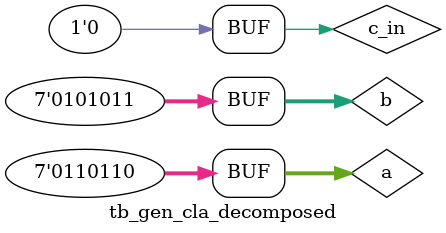
<source format=v>
`timescale 1 ns / 10 ps

module tb_gen_cla_decomposed();

parameter NBIT = 7; //Number of bits of the adder
//parameter NNL= 56; //Number of bits of the non linear input
parameter NNL=2**(NBIT+2)-NBIT-4; //Number of bits of the non-linear outputs
 
//inputs
reg [NBIT-1:0]  a,b;
reg             c_in;
// outputs
wire [NBIT:0] s;
//wire c_out;


gen_cla_decomposed
DUT(
        .a(a),
        .b(b),
        .c_in(c_in),
        .s(s)//,
        //.c_out(c_out)
);

initial
begin
        //$monitor("A:%d\tB:%d\tS:%d\tCout:%d",a,b,s,c_out);
        $monitor("A:%d\tB:%d\tS:%d\t%b",a,b,s,s);
        a <= 0;
        c_in <= 0;
        b <= 0;
        #3
        a <= 2;
        #3
        b <= 3;
        #3
        a <= 5;
        #3
        b <= 10; //overflow as expected
        #3
        a <= 6;
        #3
        b <= 1;
        #3
        a <= 16;
        #3
        b <= 10;
        #3
        a <= 24;
        #3
        b <= 13;
        #3
        a <= 124;
        #3
        b <= 15;
        #3
        b <= 3;
        #3
        a <= 54;
        #3
        b <= 43;
end
endmodule

</source>
